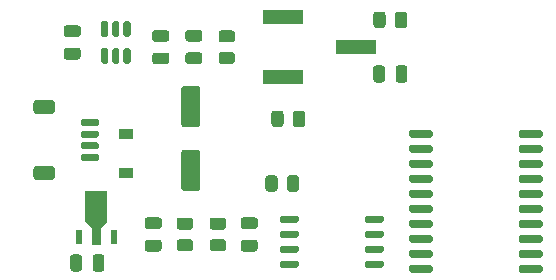
<source format=gtp>
G04 #@! TF.GenerationSoftware,KiCad,Pcbnew,6.0.2+dfsg-1*
G04 #@! TF.CreationDate,2023-09-18T08:20:45-06:00*
G04 #@! TF.ProjectId,ckt-dingdong-flash,636b742d-6469-46e6-9764-6f6e672d666c,rev?*
G04 #@! TF.SameCoordinates,Original*
G04 #@! TF.FileFunction,Paste,Top*
G04 #@! TF.FilePolarity,Positive*
%FSLAX46Y46*%
G04 Gerber Fmt 4.6, Leading zero omitted, Abs format (unit mm)*
G04 Created by KiCad (PCBNEW 6.0.2+dfsg-1) date 2023-09-18 08:20:45*
%MOMM*%
%LPD*%
G01*
G04 APERTURE LIST*
%ADD10R,0.550000X1.300000*%
%ADD11R,3.429000X1.193800*%
%ADD12R,3.454400X1.193800*%
%ADD13R,1.200000X0.900000*%
G04 APERTURE END LIST*
G36*
G01*
X41054000Y-155395000D02*
X42004000Y-155395000D01*
G75*
G02*
X42254000Y-155645000I0J-250000D01*
G01*
X42254000Y-156145000D01*
G75*
G02*
X42004000Y-156395000I-250000J0D01*
G01*
X41054000Y-156395000D01*
G75*
G02*
X40804000Y-156145000I0J250000D01*
G01*
X40804000Y-155645000D01*
G75*
G02*
X41054000Y-155395000I250000J0D01*
G01*
G37*
G36*
G01*
X41054000Y-157295000D02*
X42004000Y-157295000D01*
G75*
G02*
X42254000Y-157545000I0J-250000D01*
G01*
X42254000Y-158045000D01*
G75*
G02*
X42004000Y-158295000I-250000J0D01*
G01*
X41054000Y-158295000D01*
G75*
G02*
X40804000Y-158045000I0J250000D01*
G01*
X40804000Y-157545000D01*
G75*
G02*
X41054000Y-157295000I250000J0D01*
G01*
G37*
G36*
G01*
X41349000Y-175989000D02*
X41349000Y-175039000D01*
G75*
G02*
X41599000Y-174789000I250000J0D01*
G01*
X42099000Y-174789000D01*
G75*
G02*
X42349000Y-175039000I0J-250000D01*
G01*
X42349000Y-175989000D01*
G75*
G02*
X42099000Y-176239000I-250000J0D01*
G01*
X41599000Y-176239000D01*
G75*
G02*
X41349000Y-175989000I0J250000D01*
G01*
G37*
G36*
G01*
X43249000Y-175989000D02*
X43249000Y-175039000D01*
G75*
G02*
X43499000Y-174789000I250000J0D01*
G01*
X43999000Y-174789000D01*
G75*
G02*
X44249000Y-175039000I0J-250000D01*
G01*
X44249000Y-175989000D01*
G75*
G02*
X43999000Y-176239000I-250000J0D01*
G01*
X43499000Y-176239000D01*
G75*
G02*
X43249000Y-175989000I0J250000D01*
G01*
G37*
G36*
G01*
X48862000Y-174551000D02*
X47912000Y-174551000D01*
G75*
G02*
X47662000Y-174301000I0J250000D01*
G01*
X47662000Y-173801000D01*
G75*
G02*
X47912000Y-173551000I250000J0D01*
G01*
X48862000Y-173551000D01*
G75*
G02*
X49112000Y-173801000I0J-250000D01*
G01*
X49112000Y-174301000D01*
G75*
G02*
X48862000Y-174551000I-250000J0D01*
G01*
G37*
G36*
G01*
X48862000Y-172651000D02*
X47912000Y-172651000D01*
G75*
G02*
X47662000Y-172401000I0J250000D01*
G01*
X47662000Y-171901000D01*
G75*
G02*
X47912000Y-171651000I250000J0D01*
G01*
X48862000Y-171651000D01*
G75*
G02*
X49112000Y-171901000I0J-250000D01*
G01*
X49112000Y-172401000D01*
G75*
G02*
X48862000Y-172651000I-250000J0D01*
G01*
G37*
G36*
G01*
X81367000Y-175872000D02*
X81367000Y-176172000D01*
G75*
G02*
X81217000Y-176322000I-150000J0D01*
G01*
X79467000Y-176322000D01*
G75*
G02*
X79317000Y-176172000I0J150000D01*
G01*
X79317000Y-175872000D01*
G75*
G02*
X79467000Y-175722000I150000J0D01*
G01*
X81217000Y-175722000D01*
G75*
G02*
X81367000Y-175872000I0J-150000D01*
G01*
G37*
G36*
G01*
X81367000Y-174602000D02*
X81367000Y-174902000D01*
G75*
G02*
X81217000Y-175052000I-150000J0D01*
G01*
X79467000Y-175052000D01*
G75*
G02*
X79317000Y-174902000I0J150000D01*
G01*
X79317000Y-174602000D01*
G75*
G02*
X79467000Y-174452000I150000J0D01*
G01*
X81217000Y-174452000D01*
G75*
G02*
X81367000Y-174602000I0J-150000D01*
G01*
G37*
G36*
G01*
X81367000Y-173332000D02*
X81367000Y-173632000D01*
G75*
G02*
X81217000Y-173782000I-150000J0D01*
G01*
X79467000Y-173782000D01*
G75*
G02*
X79317000Y-173632000I0J150000D01*
G01*
X79317000Y-173332000D01*
G75*
G02*
X79467000Y-173182000I150000J0D01*
G01*
X81217000Y-173182000D01*
G75*
G02*
X81367000Y-173332000I0J-150000D01*
G01*
G37*
G36*
G01*
X81367000Y-172062000D02*
X81367000Y-172362000D01*
G75*
G02*
X81217000Y-172512000I-150000J0D01*
G01*
X79467000Y-172512000D01*
G75*
G02*
X79317000Y-172362000I0J150000D01*
G01*
X79317000Y-172062000D01*
G75*
G02*
X79467000Y-171912000I150000J0D01*
G01*
X81217000Y-171912000D01*
G75*
G02*
X81367000Y-172062000I0J-150000D01*
G01*
G37*
G36*
G01*
X81367000Y-170792000D02*
X81367000Y-171092000D01*
G75*
G02*
X81217000Y-171242000I-150000J0D01*
G01*
X79467000Y-171242000D01*
G75*
G02*
X79317000Y-171092000I0J150000D01*
G01*
X79317000Y-170792000D01*
G75*
G02*
X79467000Y-170642000I150000J0D01*
G01*
X81217000Y-170642000D01*
G75*
G02*
X81367000Y-170792000I0J-150000D01*
G01*
G37*
G36*
G01*
X81367000Y-169522000D02*
X81367000Y-169822000D01*
G75*
G02*
X81217000Y-169972000I-150000J0D01*
G01*
X79467000Y-169972000D01*
G75*
G02*
X79317000Y-169822000I0J150000D01*
G01*
X79317000Y-169522000D01*
G75*
G02*
X79467000Y-169372000I150000J0D01*
G01*
X81217000Y-169372000D01*
G75*
G02*
X81367000Y-169522000I0J-150000D01*
G01*
G37*
G36*
G01*
X81367000Y-168252000D02*
X81367000Y-168552000D01*
G75*
G02*
X81217000Y-168702000I-150000J0D01*
G01*
X79467000Y-168702000D01*
G75*
G02*
X79317000Y-168552000I0J150000D01*
G01*
X79317000Y-168252000D01*
G75*
G02*
X79467000Y-168102000I150000J0D01*
G01*
X81217000Y-168102000D01*
G75*
G02*
X81367000Y-168252000I0J-150000D01*
G01*
G37*
G36*
G01*
X81367000Y-166982000D02*
X81367000Y-167282000D01*
G75*
G02*
X81217000Y-167432000I-150000J0D01*
G01*
X79467000Y-167432000D01*
G75*
G02*
X79317000Y-167282000I0J150000D01*
G01*
X79317000Y-166982000D01*
G75*
G02*
X79467000Y-166832000I150000J0D01*
G01*
X81217000Y-166832000D01*
G75*
G02*
X81367000Y-166982000I0J-150000D01*
G01*
G37*
G36*
G01*
X81367000Y-165712000D02*
X81367000Y-166012000D01*
G75*
G02*
X81217000Y-166162000I-150000J0D01*
G01*
X79467000Y-166162000D01*
G75*
G02*
X79317000Y-166012000I0J150000D01*
G01*
X79317000Y-165712000D01*
G75*
G02*
X79467000Y-165562000I150000J0D01*
G01*
X81217000Y-165562000D01*
G75*
G02*
X81367000Y-165712000I0J-150000D01*
G01*
G37*
G36*
G01*
X81367000Y-164442000D02*
X81367000Y-164742000D01*
G75*
G02*
X81217000Y-164892000I-150000J0D01*
G01*
X79467000Y-164892000D01*
G75*
G02*
X79317000Y-164742000I0J150000D01*
G01*
X79317000Y-164442000D01*
G75*
G02*
X79467000Y-164292000I150000J0D01*
G01*
X81217000Y-164292000D01*
G75*
G02*
X81367000Y-164442000I0J-150000D01*
G01*
G37*
G36*
G01*
X72067000Y-164442000D02*
X72067000Y-164742000D01*
G75*
G02*
X71917000Y-164892000I-150000J0D01*
G01*
X70167000Y-164892000D01*
G75*
G02*
X70017000Y-164742000I0J150000D01*
G01*
X70017000Y-164442000D01*
G75*
G02*
X70167000Y-164292000I150000J0D01*
G01*
X71917000Y-164292000D01*
G75*
G02*
X72067000Y-164442000I0J-150000D01*
G01*
G37*
G36*
G01*
X72067000Y-165712000D02*
X72067000Y-166012000D01*
G75*
G02*
X71917000Y-166162000I-150000J0D01*
G01*
X70167000Y-166162000D01*
G75*
G02*
X70017000Y-166012000I0J150000D01*
G01*
X70017000Y-165712000D01*
G75*
G02*
X70167000Y-165562000I150000J0D01*
G01*
X71917000Y-165562000D01*
G75*
G02*
X72067000Y-165712000I0J-150000D01*
G01*
G37*
G36*
G01*
X72067000Y-166982000D02*
X72067000Y-167282000D01*
G75*
G02*
X71917000Y-167432000I-150000J0D01*
G01*
X70167000Y-167432000D01*
G75*
G02*
X70017000Y-167282000I0J150000D01*
G01*
X70017000Y-166982000D01*
G75*
G02*
X70167000Y-166832000I150000J0D01*
G01*
X71917000Y-166832000D01*
G75*
G02*
X72067000Y-166982000I0J-150000D01*
G01*
G37*
G36*
G01*
X72067000Y-168252000D02*
X72067000Y-168552000D01*
G75*
G02*
X71917000Y-168702000I-150000J0D01*
G01*
X70167000Y-168702000D01*
G75*
G02*
X70017000Y-168552000I0J150000D01*
G01*
X70017000Y-168252000D01*
G75*
G02*
X70167000Y-168102000I150000J0D01*
G01*
X71917000Y-168102000D01*
G75*
G02*
X72067000Y-168252000I0J-150000D01*
G01*
G37*
G36*
G01*
X72067000Y-169522000D02*
X72067000Y-169822000D01*
G75*
G02*
X71917000Y-169972000I-150000J0D01*
G01*
X70167000Y-169972000D01*
G75*
G02*
X70017000Y-169822000I0J150000D01*
G01*
X70017000Y-169522000D01*
G75*
G02*
X70167000Y-169372000I150000J0D01*
G01*
X71917000Y-169372000D01*
G75*
G02*
X72067000Y-169522000I0J-150000D01*
G01*
G37*
G36*
G01*
X72067000Y-170792000D02*
X72067000Y-171092000D01*
G75*
G02*
X71917000Y-171242000I-150000J0D01*
G01*
X70167000Y-171242000D01*
G75*
G02*
X70017000Y-171092000I0J150000D01*
G01*
X70017000Y-170792000D01*
G75*
G02*
X70167000Y-170642000I150000J0D01*
G01*
X71917000Y-170642000D01*
G75*
G02*
X72067000Y-170792000I0J-150000D01*
G01*
G37*
G36*
G01*
X72067000Y-172062000D02*
X72067000Y-172362000D01*
G75*
G02*
X71917000Y-172512000I-150000J0D01*
G01*
X70167000Y-172512000D01*
G75*
G02*
X70017000Y-172362000I0J150000D01*
G01*
X70017000Y-172062000D01*
G75*
G02*
X70167000Y-171912000I150000J0D01*
G01*
X71917000Y-171912000D01*
G75*
G02*
X72067000Y-172062000I0J-150000D01*
G01*
G37*
G36*
G01*
X72067000Y-173332000D02*
X72067000Y-173632000D01*
G75*
G02*
X71917000Y-173782000I-150000J0D01*
G01*
X70167000Y-173782000D01*
G75*
G02*
X70017000Y-173632000I0J150000D01*
G01*
X70017000Y-173332000D01*
G75*
G02*
X70167000Y-173182000I150000J0D01*
G01*
X71917000Y-173182000D01*
G75*
G02*
X72067000Y-173332000I0J-150000D01*
G01*
G37*
G36*
G01*
X72067000Y-174602000D02*
X72067000Y-174902000D01*
G75*
G02*
X71917000Y-175052000I-150000J0D01*
G01*
X70167000Y-175052000D01*
G75*
G02*
X70017000Y-174902000I0J150000D01*
G01*
X70017000Y-174602000D01*
G75*
G02*
X70167000Y-174452000I150000J0D01*
G01*
X71917000Y-174452000D01*
G75*
G02*
X72067000Y-174602000I0J-150000D01*
G01*
G37*
G36*
G01*
X72067000Y-175872000D02*
X72067000Y-176172000D01*
G75*
G02*
X71917000Y-176322000I-150000J0D01*
G01*
X70167000Y-176322000D01*
G75*
G02*
X70017000Y-176172000I0J150000D01*
G01*
X70017000Y-175872000D01*
G75*
G02*
X70167000Y-175722000I150000J0D01*
G01*
X71917000Y-175722000D01*
G75*
G02*
X72067000Y-175872000I0J-150000D01*
G01*
G37*
G36*
G01*
X56990000Y-174551000D02*
X56040000Y-174551000D01*
G75*
G02*
X55790000Y-174301000I0J250000D01*
G01*
X55790000Y-173801000D01*
G75*
G02*
X56040000Y-173551000I250000J0D01*
G01*
X56990000Y-173551000D01*
G75*
G02*
X57240000Y-173801000I0J-250000D01*
G01*
X57240000Y-174301000D01*
G75*
G02*
X56990000Y-174551000I-250000J0D01*
G01*
G37*
G36*
G01*
X56990000Y-172651000D02*
X56040000Y-172651000D01*
G75*
G02*
X55790000Y-172401000I0J250000D01*
G01*
X55790000Y-171901000D01*
G75*
G02*
X56040000Y-171651000I250000J0D01*
G01*
X56990000Y-171651000D01*
G75*
G02*
X57240000Y-171901000I0J-250000D01*
G01*
X57240000Y-172401000D01*
G75*
G02*
X56990000Y-172651000I-250000J0D01*
G01*
G37*
G36*
G01*
X51341000Y-155776000D02*
X52291000Y-155776000D01*
G75*
G02*
X52541000Y-156026000I0J-250000D01*
G01*
X52541000Y-156526000D01*
G75*
G02*
X52291000Y-156776000I-250000J0D01*
G01*
X51341000Y-156776000D01*
G75*
G02*
X51091000Y-156526000I0J250000D01*
G01*
X51091000Y-156026000D01*
G75*
G02*
X51341000Y-155776000I250000J0D01*
G01*
G37*
G36*
G01*
X51341000Y-157676000D02*
X52291000Y-157676000D01*
G75*
G02*
X52541000Y-157926000I0J-250000D01*
G01*
X52541000Y-158426000D01*
G75*
G02*
X52291000Y-158676000I-250000J0D01*
G01*
X51341000Y-158676000D01*
G75*
G02*
X51091000Y-158426000I0J250000D01*
G01*
X51091000Y-157926000D01*
G75*
G02*
X51341000Y-157676000I250000J0D01*
G01*
G37*
D10*
X42061000Y-173354000D03*
G36*
X44486000Y-169404000D02*
G01*
X44486000Y-172004000D01*
X43961000Y-172529000D01*
X43961000Y-174004000D01*
X43161000Y-174004000D01*
X43161000Y-172529000D01*
X42636000Y-172004000D01*
X42636000Y-169404000D01*
X44486000Y-169404000D01*
G37*
X45061000Y-173354000D03*
G36*
G01*
X60734000Y-168333000D02*
X60734000Y-169233000D01*
G75*
G02*
X60484000Y-169483000I-250000J0D01*
G01*
X59959000Y-169483000D01*
G75*
G02*
X59709000Y-169233000I0J250000D01*
G01*
X59709000Y-168333000D01*
G75*
G02*
X59959000Y-168083000I250000J0D01*
G01*
X60484000Y-168083000D01*
G75*
G02*
X60734000Y-168333000I0J-250000D01*
G01*
G37*
G36*
G01*
X58909000Y-168333000D02*
X58909000Y-169233000D01*
G75*
G02*
X58659000Y-169483000I-250000J0D01*
G01*
X58134000Y-169483000D01*
G75*
G02*
X57884000Y-169233000I0J250000D01*
G01*
X57884000Y-168333000D01*
G75*
G02*
X58134000Y-168083000I250000J0D01*
G01*
X58659000Y-168083000D01*
G75*
G02*
X58909000Y-168333000I0J-250000D01*
G01*
G37*
G36*
G01*
X49497000Y-158696000D02*
X48547000Y-158696000D01*
G75*
G02*
X48297000Y-158446000I0J250000D01*
G01*
X48297000Y-157946000D01*
G75*
G02*
X48547000Y-157696000I250000J0D01*
G01*
X49497000Y-157696000D01*
G75*
G02*
X49747000Y-157946000I0J-250000D01*
G01*
X49747000Y-158446000D01*
G75*
G02*
X49497000Y-158696000I-250000J0D01*
G01*
G37*
G36*
G01*
X49497000Y-156796000D02*
X48547000Y-156796000D01*
G75*
G02*
X48297000Y-156546000I0J250000D01*
G01*
X48297000Y-156046000D01*
G75*
G02*
X48547000Y-155796000I250000J0D01*
G01*
X49497000Y-155796000D01*
G75*
G02*
X49747000Y-156046000I0J-250000D01*
G01*
X49747000Y-156546000D01*
G75*
G02*
X49497000Y-156796000I-250000J0D01*
G01*
G37*
D11*
X59397900Y-154686000D03*
D12*
X65557400Y-157226000D03*
D11*
X59397900Y-159766000D03*
G36*
G01*
X52112000Y-169423000D02*
X51012000Y-169423000D01*
G75*
G02*
X50762000Y-169173000I0J250000D01*
G01*
X50762000Y-166173000D01*
G75*
G02*
X51012000Y-165923000I250000J0D01*
G01*
X52112000Y-165923000D01*
G75*
G02*
X52362000Y-166173000I0J-250000D01*
G01*
X52362000Y-169173000D01*
G75*
G02*
X52112000Y-169423000I-250000J0D01*
G01*
G37*
G36*
G01*
X52112000Y-164023000D02*
X51012000Y-164023000D01*
G75*
G02*
X50762000Y-163773000I0J250000D01*
G01*
X50762000Y-160773000D01*
G75*
G02*
X51012000Y-160523000I250000J0D01*
G01*
X52112000Y-160523000D01*
G75*
G02*
X52362000Y-160773000I0J-250000D01*
G01*
X52362000Y-163773000D01*
G75*
G02*
X52112000Y-164023000I-250000J0D01*
G01*
G37*
G36*
G01*
X42396000Y-163300000D02*
X43646000Y-163300000D01*
G75*
G02*
X43796000Y-163450000I0J-150000D01*
G01*
X43796000Y-163750000D01*
G75*
G02*
X43646000Y-163900000I-150000J0D01*
G01*
X42396000Y-163900000D01*
G75*
G02*
X42246000Y-163750000I0J150000D01*
G01*
X42246000Y-163450000D01*
G75*
G02*
X42396000Y-163300000I150000J0D01*
G01*
G37*
G36*
G01*
X42396000Y-164300000D02*
X43646000Y-164300000D01*
G75*
G02*
X43796000Y-164450000I0J-150000D01*
G01*
X43796000Y-164750000D01*
G75*
G02*
X43646000Y-164900000I-150000J0D01*
G01*
X42396000Y-164900000D01*
G75*
G02*
X42246000Y-164750000I0J150000D01*
G01*
X42246000Y-164450000D01*
G75*
G02*
X42396000Y-164300000I150000J0D01*
G01*
G37*
G36*
G01*
X42396000Y-165300000D02*
X43646000Y-165300000D01*
G75*
G02*
X43796000Y-165450000I0J-150000D01*
G01*
X43796000Y-165750000D01*
G75*
G02*
X43646000Y-165900000I-150000J0D01*
G01*
X42396000Y-165900000D01*
G75*
G02*
X42246000Y-165750000I0J150000D01*
G01*
X42246000Y-165450000D01*
G75*
G02*
X42396000Y-165300000I150000J0D01*
G01*
G37*
G36*
G01*
X42396000Y-166300000D02*
X43646000Y-166300000D01*
G75*
G02*
X43796000Y-166450000I0J-150000D01*
G01*
X43796000Y-166750000D01*
G75*
G02*
X43646000Y-166900000I-150000J0D01*
G01*
X42396000Y-166900000D01*
G75*
G02*
X42246000Y-166750000I0J150000D01*
G01*
X42246000Y-166450000D01*
G75*
G02*
X42396000Y-166300000I150000J0D01*
G01*
G37*
G36*
G01*
X38496000Y-161700000D02*
X39796000Y-161700000D01*
G75*
G02*
X40046000Y-161950000I0J-250000D01*
G01*
X40046000Y-162650000D01*
G75*
G02*
X39796000Y-162900000I-250000J0D01*
G01*
X38496000Y-162900000D01*
G75*
G02*
X38246000Y-162650000I0J250000D01*
G01*
X38246000Y-161950000D01*
G75*
G02*
X38496000Y-161700000I250000J0D01*
G01*
G37*
G36*
G01*
X38496000Y-167300000D02*
X39796000Y-167300000D01*
G75*
G02*
X40046000Y-167550000I0J-250000D01*
G01*
X40046000Y-168250000D01*
G75*
G02*
X39796000Y-168500000I-250000J0D01*
G01*
X38496000Y-168500000D01*
G75*
G02*
X38246000Y-168250000I0J250000D01*
G01*
X38246000Y-167550000D01*
G75*
G02*
X38496000Y-167300000I250000J0D01*
G01*
G37*
G36*
G01*
X44412000Y-158645000D02*
X44112000Y-158645000D01*
G75*
G02*
X43962000Y-158495000I0J150000D01*
G01*
X43962000Y-157470000D01*
G75*
G02*
X44112000Y-157320000I150000J0D01*
G01*
X44412000Y-157320000D01*
G75*
G02*
X44562000Y-157470000I0J-150000D01*
G01*
X44562000Y-158495000D01*
G75*
G02*
X44412000Y-158645000I-150000J0D01*
G01*
G37*
G36*
G01*
X45362000Y-158645000D02*
X45062000Y-158645000D01*
G75*
G02*
X44912000Y-158495000I0J150000D01*
G01*
X44912000Y-157470000D01*
G75*
G02*
X45062000Y-157320000I150000J0D01*
G01*
X45362000Y-157320000D01*
G75*
G02*
X45512000Y-157470000I0J-150000D01*
G01*
X45512000Y-158495000D01*
G75*
G02*
X45362000Y-158645000I-150000J0D01*
G01*
G37*
G36*
G01*
X46312000Y-158645000D02*
X46012000Y-158645000D01*
G75*
G02*
X45862000Y-158495000I0J150000D01*
G01*
X45862000Y-157470000D01*
G75*
G02*
X46012000Y-157320000I150000J0D01*
G01*
X46312000Y-157320000D01*
G75*
G02*
X46462000Y-157470000I0J-150000D01*
G01*
X46462000Y-158495000D01*
G75*
G02*
X46312000Y-158645000I-150000J0D01*
G01*
G37*
G36*
G01*
X46312000Y-156370000D02*
X46012000Y-156370000D01*
G75*
G02*
X45862000Y-156220000I0J150000D01*
G01*
X45862000Y-155195000D01*
G75*
G02*
X46012000Y-155045000I150000J0D01*
G01*
X46312000Y-155045000D01*
G75*
G02*
X46462000Y-155195000I0J-150000D01*
G01*
X46462000Y-156220000D01*
G75*
G02*
X46312000Y-156370000I-150000J0D01*
G01*
G37*
G36*
G01*
X45362000Y-156370000D02*
X45062000Y-156370000D01*
G75*
G02*
X44912000Y-156220000I0J150000D01*
G01*
X44912000Y-155195000D01*
G75*
G02*
X45062000Y-155045000I150000J0D01*
G01*
X45362000Y-155045000D01*
G75*
G02*
X45512000Y-155195000I0J-150000D01*
G01*
X45512000Y-156220000D01*
G75*
G02*
X45362000Y-156370000I-150000J0D01*
G01*
G37*
G36*
G01*
X44412000Y-156370000D02*
X44112000Y-156370000D01*
G75*
G02*
X43962000Y-156220000I0J150000D01*
G01*
X43962000Y-155195000D01*
G75*
G02*
X44112000Y-155045000I150000J0D01*
G01*
X44412000Y-155045000D01*
G75*
G02*
X44562000Y-155195000I0J-150000D01*
G01*
X44562000Y-156220000D01*
G75*
G02*
X44412000Y-156370000I-150000J0D01*
G01*
G37*
D13*
X46101000Y-167893000D03*
X46101000Y-164593000D03*
G36*
G01*
X53398000Y-171676000D02*
X54298000Y-171676000D01*
G75*
G02*
X54548000Y-171926000I0J-250000D01*
G01*
X54548000Y-172451000D01*
G75*
G02*
X54298000Y-172701000I-250000J0D01*
G01*
X53398000Y-172701000D01*
G75*
G02*
X53148000Y-172451000I0J250000D01*
G01*
X53148000Y-171926000D01*
G75*
G02*
X53398000Y-171676000I250000J0D01*
G01*
G37*
G36*
G01*
X53398000Y-173501000D02*
X54298000Y-173501000D01*
G75*
G02*
X54548000Y-173751000I0J-250000D01*
G01*
X54548000Y-174276000D01*
G75*
G02*
X54298000Y-174526000I-250000J0D01*
G01*
X53398000Y-174526000D01*
G75*
G02*
X53148000Y-174276000I0J250000D01*
G01*
X53148000Y-173751000D01*
G75*
G02*
X53398000Y-173501000I250000J0D01*
G01*
G37*
G36*
G01*
X50604000Y-171676000D02*
X51504000Y-171676000D01*
G75*
G02*
X51754000Y-171926000I0J-250000D01*
G01*
X51754000Y-172451000D01*
G75*
G02*
X51504000Y-172701000I-250000J0D01*
G01*
X50604000Y-172701000D01*
G75*
G02*
X50354000Y-172451000I0J250000D01*
G01*
X50354000Y-171926000D01*
G75*
G02*
X50604000Y-171676000I250000J0D01*
G01*
G37*
G36*
G01*
X50604000Y-173501000D02*
X51504000Y-173501000D01*
G75*
G02*
X51754000Y-173751000I0J-250000D01*
G01*
X51754000Y-174276000D01*
G75*
G02*
X51504000Y-174526000I-250000J0D01*
G01*
X50604000Y-174526000D01*
G75*
G02*
X50354000Y-174276000I0J250000D01*
G01*
X50354000Y-173751000D01*
G75*
G02*
X50604000Y-173501000I250000J0D01*
G01*
G37*
G36*
G01*
X59100000Y-171981000D02*
X59100000Y-171681000D01*
G75*
G02*
X59250000Y-171531000I150000J0D01*
G01*
X60550000Y-171531000D01*
G75*
G02*
X60700000Y-171681000I0J-150000D01*
G01*
X60700000Y-171981000D01*
G75*
G02*
X60550000Y-172131000I-150000J0D01*
G01*
X59250000Y-172131000D01*
G75*
G02*
X59100000Y-171981000I0J150000D01*
G01*
G37*
G36*
G01*
X59100000Y-173251000D02*
X59100000Y-172951000D01*
G75*
G02*
X59250000Y-172801000I150000J0D01*
G01*
X60550000Y-172801000D01*
G75*
G02*
X60700000Y-172951000I0J-150000D01*
G01*
X60700000Y-173251000D01*
G75*
G02*
X60550000Y-173401000I-150000J0D01*
G01*
X59250000Y-173401000D01*
G75*
G02*
X59100000Y-173251000I0J150000D01*
G01*
G37*
G36*
G01*
X59100000Y-174521000D02*
X59100000Y-174221000D01*
G75*
G02*
X59250000Y-174071000I150000J0D01*
G01*
X60550000Y-174071000D01*
G75*
G02*
X60700000Y-174221000I0J-150000D01*
G01*
X60700000Y-174521000D01*
G75*
G02*
X60550000Y-174671000I-150000J0D01*
G01*
X59250000Y-174671000D01*
G75*
G02*
X59100000Y-174521000I0J150000D01*
G01*
G37*
G36*
G01*
X59100000Y-175791000D02*
X59100000Y-175491000D01*
G75*
G02*
X59250000Y-175341000I150000J0D01*
G01*
X60550000Y-175341000D01*
G75*
G02*
X60700000Y-175491000I0J-150000D01*
G01*
X60700000Y-175791000D01*
G75*
G02*
X60550000Y-175941000I-150000J0D01*
G01*
X59250000Y-175941000D01*
G75*
G02*
X59100000Y-175791000I0J150000D01*
G01*
G37*
G36*
G01*
X66300000Y-175791000D02*
X66300000Y-175491000D01*
G75*
G02*
X66450000Y-175341000I150000J0D01*
G01*
X67750000Y-175341000D01*
G75*
G02*
X67900000Y-175491000I0J-150000D01*
G01*
X67900000Y-175791000D01*
G75*
G02*
X67750000Y-175941000I-150000J0D01*
G01*
X66450000Y-175941000D01*
G75*
G02*
X66300000Y-175791000I0J150000D01*
G01*
G37*
G36*
G01*
X66300000Y-174521000D02*
X66300000Y-174221000D01*
G75*
G02*
X66450000Y-174071000I150000J0D01*
G01*
X67750000Y-174071000D01*
G75*
G02*
X67900000Y-174221000I0J-150000D01*
G01*
X67900000Y-174521000D01*
G75*
G02*
X67750000Y-174671000I-150000J0D01*
G01*
X66450000Y-174671000D01*
G75*
G02*
X66300000Y-174521000I0J150000D01*
G01*
G37*
G36*
G01*
X66300000Y-173251000D02*
X66300000Y-172951000D01*
G75*
G02*
X66450000Y-172801000I150000J0D01*
G01*
X67750000Y-172801000D01*
G75*
G02*
X67900000Y-172951000I0J-150000D01*
G01*
X67900000Y-173251000D01*
G75*
G02*
X67750000Y-173401000I-150000J0D01*
G01*
X66450000Y-173401000D01*
G75*
G02*
X66300000Y-173251000I0J150000D01*
G01*
G37*
G36*
G01*
X66300000Y-171981000D02*
X66300000Y-171681000D01*
G75*
G02*
X66450000Y-171531000I150000J0D01*
G01*
X67750000Y-171531000D01*
G75*
G02*
X67900000Y-171681000I0J-150000D01*
G01*
X67900000Y-171981000D01*
G75*
G02*
X67750000Y-172131000I-150000J0D01*
G01*
X66450000Y-172131000D01*
G75*
G02*
X66300000Y-171981000I0J150000D01*
G01*
G37*
G36*
G01*
X67028000Y-155390000D02*
X67028000Y-154490000D01*
G75*
G02*
X67278000Y-154240000I250000J0D01*
G01*
X67803000Y-154240000D01*
G75*
G02*
X68053000Y-154490000I0J-250000D01*
G01*
X68053000Y-155390000D01*
G75*
G02*
X67803000Y-155640000I-250000J0D01*
G01*
X67278000Y-155640000D01*
G75*
G02*
X67028000Y-155390000I0J250000D01*
G01*
G37*
G36*
G01*
X68853000Y-155390000D02*
X68853000Y-154490000D01*
G75*
G02*
X69103000Y-154240000I250000J0D01*
G01*
X69628000Y-154240000D01*
G75*
G02*
X69878000Y-154490000I0J-250000D01*
G01*
X69878000Y-155390000D01*
G75*
G02*
X69628000Y-155640000I-250000J0D01*
G01*
X69103000Y-155640000D01*
G75*
G02*
X68853000Y-155390000I0J250000D01*
G01*
G37*
G36*
G01*
X54160000Y-155821000D02*
X55060000Y-155821000D01*
G75*
G02*
X55310000Y-156071000I0J-250000D01*
G01*
X55310000Y-156596000D01*
G75*
G02*
X55060000Y-156846000I-250000J0D01*
G01*
X54160000Y-156846000D01*
G75*
G02*
X53910000Y-156596000I0J250000D01*
G01*
X53910000Y-156071000D01*
G75*
G02*
X54160000Y-155821000I250000J0D01*
G01*
G37*
G36*
G01*
X54160000Y-157646000D02*
X55060000Y-157646000D01*
G75*
G02*
X55310000Y-157896000I0J-250000D01*
G01*
X55310000Y-158421000D01*
G75*
G02*
X55060000Y-158671000I-250000J0D01*
G01*
X54160000Y-158671000D01*
G75*
G02*
X53910000Y-158421000I0J250000D01*
G01*
X53910000Y-157896000D01*
G75*
G02*
X54160000Y-157646000I250000J0D01*
G01*
G37*
G36*
G01*
X69903000Y-159037000D02*
X69903000Y-159987000D01*
G75*
G02*
X69653000Y-160237000I-250000J0D01*
G01*
X69153000Y-160237000D01*
G75*
G02*
X68903000Y-159987000I0J250000D01*
G01*
X68903000Y-159037000D01*
G75*
G02*
X69153000Y-158787000I250000J0D01*
G01*
X69653000Y-158787000D01*
G75*
G02*
X69903000Y-159037000I0J-250000D01*
G01*
G37*
G36*
G01*
X68003000Y-159037000D02*
X68003000Y-159987000D01*
G75*
G02*
X67753000Y-160237000I-250000J0D01*
G01*
X67253000Y-160237000D01*
G75*
G02*
X67003000Y-159987000I0J250000D01*
G01*
X67003000Y-159037000D01*
G75*
G02*
X67253000Y-158787000I250000J0D01*
G01*
X67753000Y-158787000D01*
G75*
G02*
X68003000Y-159037000I0J-250000D01*
G01*
G37*
G36*
G01*
X58392000Y-163772000D02*
X58392000Y-162872000D01*
G75*
G02*
X58642000Y-162622000I250000J0D01*
G01*
X59167000Y-162622000D01*
G75*
G02*
X59417000Y-162872000I0J-250000D01*
G01*
X59417000Y-163772000D01*
G75*
G02*
X59167000Y-164022000I-250000J0D01*
G01*
X58642000Y-164022000D01*
G75*
G02*
X58392000Y-163772000I0J250000D01*
G01*
G37*
G36*
G01*
X60217000Y-163772000D02*
X60217000Y-162872000D01*
G75*
G02*
X60467000Y-162622000I250000J0D01*
G01*
X60992000Y-162622000D01*
G75*
G02*
X61242000Y-162872000I0J-250000D01*
G01*
X61242000Y-163772000D01*
G75*
G02*
X60992000Y-164022000I-250000J0D01*
G01*
X60467000Y-164022000D01*
G75*
G02*
X60217000Y-163772000I0J250000D01*
G01*
G37*
M02*

</source>
